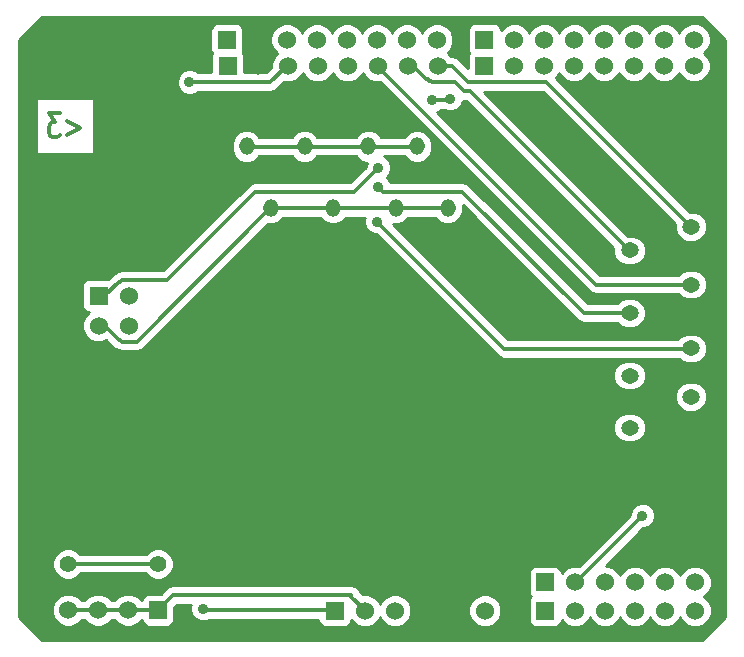
<source format=gbl>
G04 (created by PCBNEW-RS274X (2011-nov-30)-testing) date Wed 06 Jun 2012 08:38:00 PM EDT*
%MOIN*%
G04 Gerber Fmt 3.4, Leading zero omitted, Abs format*
%FSLAX34Y34*%
G01*
G70*
G90*
G04 APERTURE LIST*
%ADD10C,0.006*%
%ADD11C,0.012*%
%ADD12R,0.06X0.06*%
%ADD13C,0.06*%
%ADD14C,0.055*%
%ADD15O,0.059X0.0511*%
%ADD16O,0.0589X0.051*%
%ADD17O,0.0511X0.059*%
%ADD18O,0.051X0.0589*%
%ADD19C,0.035*%
%ADD20C,0.014*%
%ADD21C,0.01*%
G04 APERTURE END LIST*
G54D10*
G54D11*
X-2943Y16793D02*
X-2486Y16564D01*
X-2943Y16335D01*
X-3172Y17059D02*
X-3543Y17059D01*
X-3343Y16754D01*
X-3429Y16754D01*
X-3486Y16716D01*
X-3515Y16678D01*
X-3543Y16602D01*
X-3543Y16412D01*
X-3515Y16335D01*
X-3486Y16297D01*
X-3429Y16259D01*
X-3257Y16259D01*
X-3200Y16297D01*
X-3172Y16335D01*
G54D12*
X5996Y480D03*
G54D13*
X6996Y480D03*
X7996Y480D03*
X8996Y480D03*
X9996Y480D03*
X10996Y480D03*
G54D12*
X-1880Y10980D03*
G54D13*
X-880Y10980D03*
X-1880Y9980D03*
X-880Y9980D03*
G54D14*
X-2900Y2040D03*
X-2900Y4040D03*
X100Y2040D03*
X100Y4040D03*
G54D12*
X2420Y18640D03*
G54D13*
X3420Y18640D03*
X4420Y18640D03*
X5420Y18640D03*
X6420Y18640D03*
X7420Y18640D03*
X8420Y18640D03*
X9420Y18640D03*
G54D12*
X10980Y19509D03*
G54D13*
X11980Y19509D03*
X12980Y19509D03*
X13980Y19509D03*
X14980Y19509D03*
X15980Y19509D03*
X16980Y19509D03*
X17980Y19509D03*
G54D12*
X10970Y18640D03*
G54D13*
X11970Y18640D03*
X12970Y18640D03*
X13970Y18640D03*
X14970Y18640D03*
X15970Y18640D03*
X16970Y18640D03*
X17970Y18640D03*
G54D12*
X2398Y19508D03*
G54D13*
X3398Y19508D03*
X4398Y19508D03*
X5398Y19508D03*
X6398Y19508D03*
X7398Y19508D03*
X8398Y19508D03*
X9398Y19508D03*
G54D12*
X13004Y480D03*
G54D13*
X14004Y480D03*
X15004Y480D03*
X16004Y480D03*
X17004Y480D03*
X18004Y480D03*
G54D12*
X13004Y1425D03*
G54D13*
X14004Y1425D03*
X15004Y1425D03*
X16004Y1425D03*
X17004Y1425D03*
X18004Y1425D03*
G54D12*
X100Y500D03*
G54D13*
X-900Y500D03*
X-1900Y500D03*
X-2900Y500D03*
G54D15*
X17866Y13277D03*
X15818Y12488D03*
X17866Y11348D03*
X15818Y10402D03*
G54D16*
X17866Y9223D03*
G54D15*
X15818Y8315D03*
X17866Y7607D03*
X15818Y6583D03*
G54D17*
X9322Y3435D03*
X8533Y5483D03*
X7393Y3435D03*
X6447Y5483D03*
G54D18*
X5268Y3435D03*
G54D17*
X4360Y5483D03*
X3652Y3435D03*
X2628Y5483D03*
X3062Y15952D03*
X3851Y13904D03*
X4991Y15952D03*
X5937Y13904D03*
G54D18*
X7116Y15952D03*
G54D17*
X8024Y13904D03*
X8732Y15952D03*
X9756Y13904D03*
G54D19*
X7450Y14600D03*
X7400Y13450D03*
X1150Y18100D03*
X7450Y15250D03*
X9250Y17500D03*
X9850Y17550D03*
X16250Y3650D03*
X1600Y550D03*
G54D20*
X7400Y18650D02*
X14700Y11350D01*
X14700Y11350D02*
X17850Y11350D01*
X17850Y11350D02*
X17866Y11348D01*
X7420Y18640D02*
X7400Y18650D01*
X7450Y14600D02*
X7600Y14450D01*
X7600Y14450D02*
X10250Y14450D01*
X10250Y14450D02*
X14300Y10400D01*
X14300Y10400D02*
X15800Y10400D01*
X15800Y10400D02*
X15818Y10402D01*
X7400Y13450D02*
X11650Y9200D01*
X11650Y9200D02*
X17850Y9200D01*
X17850Y9200D02*
X17866Y9223D01*
X3850Y18100D02*
X1150Y18100D01*
X4420Y18640D02*
X4400Y18650D01*
X4400Y18650D02*
X3850Y18100D01*
X600Y1000D02*
X6550Y1000D01*
X-900Y500D02*
X100Y500D01*
X-1900Y500D02*
X-900Y500D01*
X-2900Y500D02*
X-1900Y500D01*
X7000Y500D02*
X6996Y480D01*
X100Y500D02*
X600Y1000D01*
X6550Y1000D02*
X6550Y950D01*
X6550Y950D02*
X7000Y500D01*
X-1150Y9500D02*
X-1200Y9500D01*
X7100Y15950D02*
X8750Y15950D01*
X-1900Y10000D02*
X-1880Y9980D01*
X4991Y15952D02*
X5000Y15950D01*
X-1200Y9500D02*
X-1700Y10000D01*
X5000Y15950D02*
X7100Y15950D01*
X3850Y13900D02*
X-600Y9450D01*
X-600Y9450D02*
X-1100Y9450D01*
X-1100Y9450D02*
X-1150Y9500D01*
X3851Y13904D02*
X3850Y13900D01*
X-1700Y10000D02*
X-1900Y10000D01*
X8024Y13904D02*
X8000Y13900D01*
X9750Y13900D02*
X9756Y13904D01*
X8000Y13900D02*
X5950Y13900D01*
X8000Y13900D02*
X9750Y13900D01*
X3062Y15952D02*
X3050Y15950D01*
X7116Y15952D02*
X7100Y15950D01*
X5000Y15950D02*
X4991Y15952D01*
X8750Y15950D02*
X8732Y15952D01*
X3050Y15950D02*
X5000Y15950D01*
X7100Y15950D02*
X7116Y15952D01*
X5937Y13904D02*
X5950Y13900D01*
X5950Y13900D02*
X3850Y13900D01*
X3850Y13900D02*
X3851Y13904D01*
X8024Y13904D02*
X8000Y13900D01*
X5950Y13900D02*
X5937Y13904D01*
X6650Y14450D02*
X3350Y14450D01*
X9850Y17550D02*
X9800Y17500D01*
X400Y11500D02*
X-1100Y11500D01*
X-1200Y11450D02*
X-1650Y11000D01*
X9800Y17500D02*
X9250Y17500D01*
X3350Y14450D02*
X400Y11500D01*
X-1150Y11450D02*
X-1200Y11450D01*
X-1100Y11500D02*
X-1150Y11450D01*
X7450Y15250D02*
X6650Y14450D01*
X-1650Y11000D02*
X-1900Y11000D01*
X-1900Y11000D02*
X-1880Y10980D01*
X9400Y18650D02*
X9420Y18640D01*
X10450Y18100D02*
X9900Y18650D01*
X13050Y18100D02*
X10450Y18100D01*
X17850Y13300D02*
X13050Y18100D01*
X17866Y13277D02*
X17850Y13300D01*
X9900Y18650D02*
X9400Y18650D01*
X10000Y18100D02*
X9250Y18100D01*
X10500Y17800D02*
X10300Y17800D01*
X9250Y18100D02*
X9200Y18150D01*
X9200Y18150D02*
X9150Y18150D01*
X15818Y12488D02*
X15800Y12500D01*
X15800Y12500D02*
X10500Y17800D01*
X10300Y17800D02*
X10000Y18100D01*
X8400Y18650D02*
X8420Y18640D01*
X9050Y18200D02*
X8600Y18650D01*
X9100Y18200D02*
X9050Y18200D01*
X9150Y18150D02*
X9100Y18200D01*
X8600Y18650D02*
X8400Y18650D01*
X14000Y1400D02*
X16250Y3650D01*
X14004Y1425D02*
X14000Y1400D01*
X1600Y550D02*
X1650Y500D01*
X1650Y500D02*
X6000Y500D01*
X6000Y500D02*
X5996Y480D01*
X100Y2040D02*
X100Y2050D01*
X100Y2050D02*
X-2900Y2050D01*
X-2900Y2050D02*
X-2900Y2040D01*
G54D10*
G36*
X18997Y265D02*
X18553Y-179D01*
X18553Y371D01*
X18553Y589D01*
X18469Y791D01*
X18315Y945D01*
X18296Y953D01*
X18315Y960D01*
X18469Y1114D01*
X18553Y1316D01*
X18553Y1534D01*
X18529Y1592D01*
X18529Y19400D01*
X18529Y19618D01*
X18445Y19820D01*
X18291Y19974D01*
X18089Y20058D01*
X17871Y20058D01*
X17669Y19974D01*
X17515Y19820D01*
X17480Y19736D01*
X17445Y19820D01*
X17291Y19974D01*
X17089Y20058D01*
X16871Y20058D01*
X16669Y19974D01*
X16515Y19820D01*
X16480Y19736D01*
X16445Y19820D01*
X16291Y19974D01*
X16089Y20058D01*
X15871Y20058D01*
X15669Y19974D01*
X15515Y19820D01*
X15480Y19736D01*
X15445Y19820D01*
X15291Y19974D01*
X15089Y20058D01*
X14871Y20058D01*
X14669Y19974D01*
X14515Y19820D01*
X14480Y19736D01*
X14445Y19820D01*
X14291Y19974D01*
X14089Y20058D01*
X13871Y20058D01*
X13669Y19974D01*
X13515Y19820D01*
X13480Y19736D01*
X13445Y19820D01*
X13291Y19974D01*
X13089Y20058D01*
X12871Y20058D01*
X12669Y19974D01*
X12515Y19820D01*
X12480Y19736D01*
X12445Y19820D01*
X12291Y19974D01*
X12089Y20058D01*
X11871Y20058D01*
X11669Y19974D01*
X11529Y19834D01*
X11529Y19858D01*
X11491Y19950D01*
X11421Y20020D01*
X11330Y20058D01*
X11231Y20058D01*
X10631Y20058D01*
X10539Y20020D01*
X10469Y19950D01*
X10431Y19859D01*
X10431Y19760D01*
X10431Y19160D01*
X10462Y19085D01*
X10459Y19081D01*
X10421Y18990D01*
X10421Y18891D01*
X10421Y18582D01*
X10126Y18876D01*
X10023Y18946D01*
X9900Y18970D01*
X9866Y18970D01*
X9751Y19085D01*
X9863Y19197D01*
X9947Y19399D01*
X9947Y19617D01*
X9863Y19819D01*
X9709Y19973D01*
X9507Y20057D01*
X9289Y20057D01*
X9087Y19973D01*
X8933Y19819D01*
X8898Y19735D01*
X8863Y19819D01*
X8709Y19973D01*
X8507Y20057D01*
X8289Y20057D01*
X8087Y19973D01*
X7933Y19819D01*
X7898Y19735D01*
X7863Y19819D01*
X7709Y19973D01*
X7507Y20057D01*
X7289Y20057D01*
X7087Y19973D01*
X6933Y19819D01*
X6898Y19735D01*
X6863Y19819D01*
X6709Y19973D01*
X6507Y20057D01*
X6289Y20057D01*
X6087Y19973D01*
X5933Y19819D01*
X5898Y19735D01*
X5863Y19819D01*
X5709Y19973D01*
X5507Y20057D01*
X5289Y20057D01*
X5087Y19973D01*
X4933Y19819D01*
X4898Y19735D01*
X4863Y19819D01*
X4709Y19973D01*
X4507Y20057D01*
X4289Y20057D01*
X4087Y19973D01*
X3933Y19819D01*
X3849Y19617D01*
X3849Y19399D01*
X3933Y19197D01*
X4067Y19063D01*
X3955Y18951D01*
X3871Y18749D01*
X3871Y18574D01*
X3717Y18420D01*
X2969Y18420D01*
X2969Y18989D01*
X2931Y19081D01*
X2919Y19093D01*
X2947Y19158D01*
X2947Y19257D01*
X2947Y19857D01*
X2909Y19949D01*
X2839Y20019D01*
X2748Y20057D01*
X2649Y20057D01*
X2049Y20057D01*
X1957Y20019D01*
X1887Y19949D01*
X1849Y19858D01*
X1849Y19759D01*
X1849Y19159D01*
X1887Y19067D01*
X1898Y19056D01*
X1871Y18990D01*
X1871Y18891D01*
X1871Y18420D01*
X1431Y18420D01*
X1391Y18460D01*
X1235Y18525D01*
X1066Y18525D01*
X910Y18461D01*
X790Y18341D01*
X725Y18185D01*
X725Y18016D01*
X789Y17860D01*
X909Y17740D01*
X1065Y17675D01*
X1234Y17675D01*
X1390Y17739D01*
X1431Y17780D01*
X3850Y17780D01*
X3972Y17804D01*
X3973Y17804D01*
X4076Y17874D01*
X4298Y18097D01*
X4311Y18091D01*
X4529Y18091D01*
X4731Y18175D01*
X4885Y18329D01*
X4920Y18414D01*
X4955Y18329D01*
X5109Y18175D01*
X5311Y18091D01*
X5529Y18091D01*
X5731Y18175D01*
X5885Y18329D01*
X5920Y18414D01*
X5955Y18329D01*
X6109Y18175D01*
X6311Y18091D01*
X6529Y18091D01*
X6731Y18175D01*
X6885Y18329D01*
X6920Y18414D01*
X6955Y18329D01*
X7109Y18175D01*
X7311Y18091D01*
X7506Y18091D01*
X14473Y11124D01*
X14474Y11124D01*
X14576Y11055D01*
X14578Y11054D01*
X14699Y11031D01*
X14700Y11030D01*
X17434Y11030D01*
X17535Y10929D01*
X17717Y10853D01*
X17914Y10853D01*
X18014Y10853D01*
X18196Y10928D01*
X18335Y11067D01*
X18411Y11249D01*
X18411Y11446D01*
X18336Y11628D01*
X18197Y11767D01*
X18015Y11843D01*
X17818Y11843D01*
X17718Y11843D01*
X17536Y11768D01*
X17438Y11670D01*
X14832Y11670D01*
X9400Y17103D01*
X9490Y17139D01*
X9531Y17180D01*
X9633Y17180D01*
X9765Y17125D01*
X9934Y17125D01*
X10090Y17189D01*
X10210Y17309D01*
X10275Y17465D01*
X10275Y17485D01*
X10300Y17480D01*
X10367Y17480D01*
X15273Y12575D01*
X15273Y12390D01*
X15348Y12208D01*
X15487Y12069D01*
X15669Y11993D01*
X15866Y11993D01*
X15966Y11993D01*
X16148Y12068D01*
X16287Y12207D01*
X16363Y12389D01*
X16363Y12586D01*
X16288Y12768D01*
X16149Y12907D01*
X15967Y12983D01*
X15770Y12983D01*
X15769Y12983D01*
X10972Y17780D01*
X12918Y17780D01*
X17321Y13377D01*
X17321Y13376D01*
X17321Y13179D01*
X17396Y12997D01*
X17535Y12858D01*
X17717Y12782D01*
X17914Y12782D01*
X18014Y12782D01*
X18196Y12857D01*
X18335Y12996D01*
X18411Y13178D01*
X18411Y13375D01*
X18336Y13557D01*
X18197Y13696D01*
X18015Y13772D01*
X17830Y13772D01*
X13354Y18248D01*
X13435Y18329D01*
X13470Y18414D01*
X13505Y18329D01*
X13659Y18175D01*
X13861Y18091D01*
X14079Y18091D01*
X14281Y18175D01*
X14435Y18329D01*
X14470Y18414D01*
X14505Y18329D01*
X14659Y18175D01*
X14861Y18091D01*
X15079Y18091D01*
X15281Y18175D01*
X15435Y18329D01*
X15470Y18414D01*
X15505Y18329D01*
X15659Y18175D01*
X15861Y18091D01*
X16079Y18091D01*
X16281Y18175D01*
X16435Y18329D01*
X16470Y18414D01*
X16505Y18329D01*
X16659Y18175D01*
X16861Y18091D01*
X17079Y18091D01*
X17281Y18175D01*
X17435Y18329D01*
X17470Y18414D01*
X17505Y18329D01*
X17659Y18175D01*
X17861Y18091D01*
X18079Y18091D01*
X18281Y18175D01*
X18435Y18329D01*
X18519Y18531D01*
X18519Y18749D01*
X18435Y18951D01*
X18316Y19070D01*
X18445Y19198D01*
X18529Y19400D01*
X18529Y1592D01*
X18469Y1736D01*
X18411Y1794D01*
X18411Y7508D01*
X18411Y7705D01*
X18410Y7708D01*
X18410Y9124D01*
X18410Y9321D01*
X18335Y9503D01*
X18196Y9642D01*
X18014Y9718D01*
X17817Y9718D01*
X17719Y9718D01*
X17537Y9643D01*
X17414Y9520D01*
X11782Y9520D01*
X7943Y13359D01*
X8122Y13359D01*
X8304Y13434D01*
X8443Y13573D01*
X8445Y13580D01*
X9333Y13580D01*
X9336Y13574D01*
X9475Y13435D01*
X9657Y13359D01*
X9854Y13359D01*
X10036Y13434D01*
X10175Y13573D01*
X10251Y13755D01*
X10251Y13952D01*
X10251Y13997D01*
X14073Y10174D01*
X14074Y10174D01*
X14143Y10128D01*
X14177Y10105D01*
X14178Y10104D01*
X14300Y10080D01*
X15390Y10080D01*
X15487Y9983D01*
X15669Y9907D01*
X15866Y9907D01*
X15966Y9907D01*
X16148Y9982D01*
X16287Y10121D01*
X16363Y10303D01*
X16363Y10500D01*
X16288Y10682D01*
X16149Y10821D01*
X15967Y10897D01*
X15770Y10897D01*
X15670Y10897D01*
X15488Y10822D01*
X15386Y10720D01*
X14432Y10720D01*
X10476Y14676D01*
X10373Y14746D01*
X10250Y14770D01*
X7839Y14770D01*
X7811Y14840D01*
X7726Y14925D01*
X7810Y15009D01*
X7875Y15165D01*
X7875Y15334D01*
X7811Y15490D01*
X7691Y15610D01*
X7643Y15630D01*
X8308Y15630D01*
X8312Y15622D01*
X8451Y15483D01*
X8633Y15407D01*
X8830Y15407D01*
X9012Y15482D01*
X9151Y15621D01*
X9227Y15803D01*
X9227Y16000D01*
X9227Y16100D01*
X9152Y16282D01*
X9013Y16421D01*
X8831Y16497D01*
X8634Y16497D01*
X8452Y16422D01*
X8313Y16283D01*
X8307Y16270D01*
X7540Y16270D01*
X7536Y16281D01*
X7397Y16420D01*
X7215Y16496D01*
X7018Y16496D01*
X6836Y16421D01*
X6697Y16282D01*
X6691Y16270D01*
X5415Y16270D01*
X5411Y16282D01*
X5272Y16421D01*
X5090Y16497D01*
X4893Y16497D01*
X4711Y16422D01*
X4572Y16283D01*
X4566Y16270D01*
X3486Y16270D01*
X3482Y16282D01*
X3343Y16421D01*
X3161Y16497D01*
X2964Y16497D01*
X2782Y16422D01*
X2643Y16283D01*
X2567Y16101D01*
X2567Y15904D01*
X2567Y15804D01*
X2642Y15622D01*
X2781Y15483D01*
X2963Y15407D01*
X3160Y15407D01*
X3342Y15482D01*
X3481Y15621D01*
X3484Y15630D01*
X4567Y15630D01*
X4571Y15622D01*
X4710Y15483D01*
X4892Y15407D01*
X5089Y15407D01*
X5271Y15482D01*
X5410Y15621D01*
X5413Y15630D01*
X6693Y15630D01*
X6696Y15623D01*
X6835Y15484D01*
X7017Y15408D01*
X7055Y15408D01*
X7025Y15335D01*
X7025Y15278D01*
X6517Y14770D01*
X3350Y14770D01*
X3228Y14746D01*
X3226Y14746D01*
X3226Y14745D01*
X3123Y14676D01*
X267Y11820D01*
X-1100Y11820D01*
X-1222Y11796D01*
X-1224Y11796D01*
X-1224Y11795D01*
X-1286Y11754D01*
X-1287Y11753D01*
X-1322Y11746D01*
X-1357Y11723D01*
X-1427Y11676D01*
X-1574Y11529D01*
X-1629Y11529D01*
X-2033Y11529D01*
X-2033Y15713D01*
X-2033Y17573D01*
X-3967Y17573D01*
X-3967Y15713D01*
X-2033Y15713D01*
X-2033Y11529D01*
X-2229Y11529D01*
X-2321Y11491D01*
X-2391Y11421D01*
X-2429Y11330D01*
X-2429Y11231D01*
X-2429Y10631D01*
X-2391Y10539D01*
X-2321Y10469D01*
X-2230Y10431D01*
X-2205Y10431D01*
X-2345Y10291D01*
X-2429Y10089D01*
X-2429Y9871D01*
X-2345Y9669D01*
X-2191Y9515D01*
X-1989Y9431D01*
X-1771Y9431D01*
X-1639Y9487D01*
X-1426Y9274D01*
X-1323Y9205D01*
X-1322Y9204D01*
X-1289Y9198D01*
X-1287Y9198D01*
X-1286Y9197D01*
X-1224Y9155D01*
X-1222Y9154D01*
X-1101Y9131D01*
X-1100Y9130D01*
X-600Y9130D01*
X-478Y9154D01*
X-477Y9154D01*
X-374Y9224D01*
X3761Y13359D01*
X3949Y13359D01*
X4131Y13434D01*
X4270Y13573D01*
X4272Y13580D01*
X5514Y13580D01*
X5517Y13574D01*
X5656Y13435D01*
X5838Y13359D01*
X6035Y13359D01*
X6217Y13434D01*
X6356Y13573D01*
X6358Y13580D01*
X6993Y13580D01*
X6975Y13535D01*
X6975Y13366D01*
X7039Y13210D01*
X7159Y13090D01*
X7315Y13025D01*
X7372Y13025D01*
X11423Y8974D01*
X11424Y8974D01*
X11493Y8928D01*
X11527Y8905D01*
X11528Y8904D01*
X11650Y8880D01*
X17460Y8880D01*
X17536Y8804D01*
X17718Y8728D01*
X17915Y8728D01*
X18013Y8728D01*
X18195Y8803D01*
X18334Y8942D01*
X18410Y9124D01*
X18410Y7708D01*
X18336Y7887D01*
X18197Y8026D01*
X18015Y8102D01*
X17818Y8102D01*
X17718Y8102D01*
X17536Y8027D01*
X17397Y7888D01*
X17321Y7706D01*
X17321Y7509D01*
X17396Y7327D01*
X17535Y7188D01*
X17717Y7112D01*
X17914Y7112D01*
X18014Y7112D01*
X18196Y7187D01*
X18335Y7326D01*
X18411Y7508D01*
X18411Y1794D01*
X18315Y1890D01*
X18113Y1974D01*
X17895Y1974D01*
X17693Y1890D01*
X17539Y1736D01*
X17504Y1652D01*
X17469Y1736D01*
X17315Y1890D01*
X17113Y1974D01*
X16895Y1974D01*
X16693Y1890D01*
X16539Y1736D01*
X16504Y1652D01*
X16469Y1736D01*
X16315Y1890D01*
X16113Y1974D01*
X15895Y1974D01*
X15693Y1890D01*
X15539Y1736D01*
X15504Y1652D01*
X15469Y1736D01*
X15315Y1890D01*
X15113Y1974D01*
X15026Y1974D01*
X16277Y3225D01*
X16334Y3225D01*
X16490Y3289D01*
X16610Y3409D01*
X16675Y3565D01*
X16675Y3734D01*
X16611Y3890D01*
X16491Y4010D01*
X16363Y4064D01*
X16363Y6484D01*
X16363Y6681D01*
X16363Y8216D01*
X16363Y8413D01*
X16288Y8595D01*
X16149Y8734D01*
X15967Y8810D01*
X15770Y8810D01*
X15670Y8810D01*
X15488Y8735D01*
X15349Y8596D01*
X15273Y8414D01*
X15273Y8217D01*
X15348Y8035D01*
X15487Y7896D01*
X15669Y7820D01*
X15866Y7820D01*
X15966Y7820D01*
X16148Y7895D01*
X16287Y8034D01*
X16363Y8216D01*
X16363Y6681D01*
X16288Y6863D01*
X16149Y7002D01*
X15967Y7078D01*
X15770Y7078D01*
X15670Y7078D01*
X15488Y7003D01*
X15349Y6864D01*
X15273Y6682D01*
X15273Y6485D01*
X15348Y6303D01*
X15487Y6164D01*
X15669Y6088D01*
X15866Y6088D01*
X15966Y6088D01*
X16148Y6163D01*
X16287Y6302D01*
X16363Y6484D01*
X16363Y4064D01*
X16335Y4075D01*
X16166Y4075D01*
X16010Y4011D01*
X15890Y3891D01*
X15825Y3735D01*
X15825Y3678D01*
X14119Y1972D01*
X14113Y1974D01*
X13895Y1974D01*
X13693Y1890D01*
X13553Y1750D01*
X13553Y1774D01*
X13515Y1866D01*
X13445Y1936D01*
X13354Y1974D01*
X13255Y1974D01*
X12655Y1974D01*
X12563Y1936D01*
X12493Y1866D01*
X12455Y1775D01*
X12455Y1676D01*
X12455Y1076D01*
X12493Y984D01*
X12524Y953D01*
X12493Y921D01*
X12455Y830D01*
X12455Y731D01*
X12455Y131D01*
X12493Y39D01*
X12563Y-31D01*
X12654Y-69D01*
X12753Y-69D01*
X13353Y-69D01*
X13445Y-31D01*
X13515Y39D01*
X13553Y130D01*
X13553Y155D01*
X13693Y15D01*
X13895Y-69D01*
X14113Y-69D01*
X14315Y15D01*
X14469Y169D01*
X14504Y254D01*
X14539Y169D01*
X14693Y15D01*
X14895Y-69D01*
X15113Y-69D01*
X15315Y15D01*
X15469Y169D01*
X15504Y254D01*
X15539Y169D01*
X15693Y15D01*
X15895Y-69D01*
X16113Y-69D01*
X16315Y15D01*
X16469Y169D01*
X16504Y254D01*
X16539Y169D01*
X16693Y15D01*
X16895Y-69D01*
X17113Y-69D01*
X17315Y15D01*
X17469Y169D01*
X17504Y254D01*
X17539Y169D01*
X17693Y15D01*
X17895Y-69D01*
X18113Y-69D01*
X18315Y15D01*
X18469Y169D01*
X18553Y371D01*
X18553Y-179D01*
X18239Y-493D01*
X11545Y-493D01*
X11545Y371D01*
X11545Y589D01*
X11461Y791D01*
X11307Y945D01*
X11105Y1029D01*
X10887Y1029D01*
X10685Y945D01*
X10531Y791D01*
X10447Y589D01*
X10447Y371D01*
X10531Y169D01*
X10685Y15D01*
X10887Y-69D01*
X11105Y-69D01*
X11307Y15D01*
X11461Y169D01*
X11545Y371D01*
X11545Y-493D01*
X8545Y-493D01*
X8545Y371D01*
X8545Y589D01*
X8461Y791D01*
X8307Y945D01*
X8105Y1029D01*
X7887Y1029D01*
X7685Y945D01*
X7531Y791D01*
X7496Y707D01*
X7461Y791D01*
X7307Y945D01*
X7105Y1029D01*
X6923Y1029D01*
X6849Y1103D01*
X6846Y1122D01*
X6776Y1226D01*
X6672Y1296D01*
X6550Y1320D01*
X625Y1320D01*
X625Y1935D01*
X625Y2144D01*
X545Y2337D01*
X398Y2485D01*
X205Y2565D01*
X-4Y2565D01*
X-197Y2485D01*
X-313Y2370D01*
X-2488Y2370D01*
X-2602Y2485D01*
X-2795Y2565D01*
X-3004Y2565D01*
X-3197Y2485D01*
X-3345Y2338D01*
X-3425Y2145D01*
X-3425Y1936D01*
X-3345Y1743D01*
X-3198Y1595D01*
X-3005Y1515D01*
X-2796Y1515D01*
X-2603Y1595D01*
X-2468Y1730D01*
X-333Y1730D01*
X-198Y1595D01*
X-5Y1515D01*
X204Y1515D01*
X397Y1595D01*
X545Y1742D01*
X625Y1935D01*
X625Y1320D01*
X600Y1320D01*
X478Y1296D01*
X374Y1226D01*
X197Y1049D01*
X-249Y1049D01*
X-341Y1011D01*
X-411Y941D01*
X-449Y850D01*
X-449Y825D01*
X-589Y965D01*
X-791Y1049D01*
X-1009Y1049D01*
X-1211Y965D01*
X-1356Y820D01*
X-1444Y820D01*
X-1589Y965D01*
X-1791Y1049D01*
X-2009Y1049D01*
X-2211Y965D01*
X-2356Y820D01*
X-2444Y820D01*
X-2589Y965D01*
X-2791Y1049D01*
X-3009Y1049D01*
X-3211Y965D01*
X-3365Y811D01*
X-3449Y609D01*
X-3449Y391D01*
X-3365Y189D01*
X-3211Y35D01*
X-3009Y-49D01*
X-2791Y-49D01*
X-2589Y35D01*
X-2444Y180D01*
X-2356Y180D01*
X-2211Y35D01*
X-2009Y-49D01*
X-1791Y-49D01*
X-1589Y35D01*
X-1444Y180D01*
X-1356Y180D01*
X-1211Y35D01*
X-1009Y-49D01*
X-791Y-49D01*
X-589Y35D01*
X-449Y175D01*
X-449Y151D01*
X-411Y59D01*
X-341Y-11D01*
X-250Y-49D01*
X-151Y-49D01*
X449Y-49D01*
X541Y-11D01*
X611Y59D01*
X649Y150D01*
X649Y249D01*
X649Y597D01*
X732Y680D01*
X1193Y680D01*
X1175Y635D01*
X1175Y466D01*
X1239Y310D01*
X1359Y190D01*
X1515Y125D01*
X1684Y125D01*
X1818Y180D01*
X5447Y180D01*
X5447Y131D01*
X5485Y39D01*
X5555Y-31D01*
X5646Y-69D01*
X5745Y-69D01*
X6345Y-69D01*
X6437Y-31D01*
X6507Y39D01*
X6545Y130D01*
X6545Y155D01*
X6685Y15D01*
X6887Y-69D01*
X7105Y-69D01*
X7307Y15D01*
X7461Y169D01*
X7496Y254D01*
X7531Y169D01*
X7685Y15D01*
X7887Y-69D01*
X8105Y-69D01*
X8307Y15D01*
X8461Y169D01*
X8545Y371D01*
X8545Y-493D01*
X-3766Y-493D01*
X-4525Y265D01*
X-4525Y19514D01*
X-3766Y20273D01*
X18239Y20273D01*
X18997Y19514D01*
X18997Y265D01*
X18997Y265D01*
G37*
G54D21*
X18997Y265D02*
X18553Y-179D01*
X18553Y371D01*
X18553Y589D01*
X18469Y791D01*
X18315Y945D01*
X18296Y953D01*
X18315Y960D01*
X18469Y1114D01*
X18553Y1316D01*
X18553Y1534D01*
X18529Y1592D01*
X18529Y19400D01*
X18529Y19618D01*
X18445Y19820D01*
X18291Y19974D01*
X18089Y20058D01*
X17871Y20058D01*
X17669Y19974D01*
X17515Y19820D01*
X17480Y19736D01*
X17445Y19820D01*
X17291Y19974D01*
X17089Y20058D01*
X16871Y20058D01*
X16669Y19974D01*
X16515Y19820D01*
X16480Y19736D01*
X16445Y19820D01*
X16291Y19974D01*
X16089Y20058D01*
X15871Y20058D01*
X15669Y19974D01*
X15515Y19820D01*
X15480Y19736D01*
X15445Y19820D01*
X15291Y19974D01*
X15089Y20058D01*
X14871Y20058D01*
X14669Y19974D01*
X14515Y19820D01*
X14480Y19736D01*
X14445Y19820D01*
X14291Y19974D01*
X14089Y20058D01*
X13871Y20058D01*
X13669Y19974D01*
X13515Y19820D01*
X13480Y19736D01*
X13445Y19820D01*
X13291Y19974D01*
X13089Y20058D01*
X12871Y20058D01*
X12669Y19974D01*
X12515Y19820D01*
X12480Y19736D01*
X12445Y19820D01*
X12291Y19974D01*
X12089Y20058D01*
X11871Y20058D01*
X11669Y19974D01*
X11529Y19834D01*
X11529Y19858D01*
X11491Y19950D01*
X11421Y20020D01*
X11330Y20058D01*
X11231Y20058D01*
X10631Y20058D01*
X10539Y20020D01*
X10469Y19950D01*
X10431Y19859D01*
X10431Y19760D01*
X10431Y19160D01*
X10462Y19085D01*
X10459Y19081D01*
X10421Y18990D01*
X10421Y18891D01*
X10421Y18582D01*
X10126Y18876D01*
X10023Y18946D01*
X9900Y18970D01*
X9866Y18970D01*
X9751Y19085D01*
X9863Y19197D01*
X9947Y19399D01*
X9947Y19617D01*
X9863Y19819D01*
X9709Y19973D01*
X9507Y20057D01*
X9289Y20057D01*
X9087Y19973D01*
X8933Y19819D01*
X8898Y19735D01*
X8863Y19819D01*
X8709Y19973D01*
X8507Y20057D01*
X8289Y20057D01*
X8087Y19973D01*
X7933Y19819D01*
X7898Y19735D01*
X7863Y19819D01*
X7709Y19973D01*
X7507Y20057D01*
X7289Y20057D01*
X7087Y19973D01*
X6933Y19819D01*
X6898Y19735D01*
X6863Y19819D01*
X6709Y19973D01*
X6507Y20057D01*
X6289Y20057D01*
X6087Y19973D01*
X5933Y19819D01*
X5898Y19735D01*
X5863Y19819D01*
X5709Y19973D01*
X5507Y20057D01*
X5289Y20057D01*
X5087Y19973D01*
X4933Y19819D01*
X4898Y19735D01*
X4863Y19819D01*
X4709Y19973D01*
X4507Y20057D01*
X4289Y20057D01*
X4087Y19973D01*
X3933Y19819D01*
X3849Y19617D01*
X3849Y19399D01*
X3933Y19197D01*
X4067Y19063D01*
X3955Y18951D01*
X3871Y18749D01*
X3871Y18574D01*
X3717Y18420D01*
X2969Y18420D01*
X2969Y18989D01*
X2931Y19081D01*
X2919Y19093D01*
X2947Y19158D01*
X2947Y19257D01*
X2947Y19857D01*
X2909Y19949D01*
X2839Y20019D01*
X2748Y20057D01*
X2649Y20057D01*
X2049Y20057D01*
X1957Y20019D01*
X1887Y19949D01*
X1849Y19858D01*
X1849Y19759D01*
X1849Y19159D01*
X1887Y19067D01*
X1898Y19056D01*
X1871Y18990D01*
X1871Y18891D01*
X1871Y18420D01*
X1431Y18420D01*
X1391Y18460D01*
X1235Y18525D01*
X1066Y18525D01*
X910Y18461D01*
X790Y18341D01*
X725Y18185D01*
X725Y18016D01*
X789Y17860D01*
X909Y17740D01*
X1065Y17675D01*
X1234Y17675D01*
X1390Y17739D01*
X1431Y17780D01*
X3850Y17780D01*
X3972Y17804D01*
X3973Y17804D01*
X4076Y17874D01*
X4298Y18097D01*
X4311Y18091D01*
X4529Y18091D01*
X4731Y18175D01*
X4885Y18329D01*
X4920Y18414D01*
X4955Y18329D01*
X5109Y18175D01*
X5311Y18091D01*
X5529Y18091D01*
X5731Y18175D01*
X5885Y18329D01*
X5920Y18414D01*
X5955Y18329D01*
X6109Y18175D01*
X6311Y18091D01*
X6529Y18091D01*
X6731Y18175D01*
X6885Y18329D01*
X6920Y18414D01*
X6955Y18329D01*
X7109Y18175D01*
X7311Y18091D01*
X7506Y18091D01*
X14473Y11124D01*
X14474Y11124D01*
X14576Y11055D01*
X14578Y11054D01*
X14699Y11031D01*
X14700Y11030D01*
X17434Y11030D01*
X17535Y10929D01*
X17717Y10853D01*
X17914Y10853D01*
X18014Y10853D01*
X18196Y10928D01*
X18335Y11067D01*
X18411Y11249D01*
X18411Y11446D01*
X18336Y11628D01*
X18197Y11767D01*
X18015Y11843D01*
X17818Y11843D01*
X17718Y11843D01*
X17536Y11768D01*
X17438Y11670D01*
X14832Y11670D01*
X9400Y17103D01*
X9490Y17139D01*
X9531Y17180D01*
X9633Y17180D01*
X9765Y17125D01*
X9934Y17125D01*
X10090Y17189D01*
X10210Y17309D01*
X10275Y17465D01*
X10275Y17485D01*
X10300Y17480D01*
X10367Y17480D01*
X15273Y12575D01*
X15273Y12390D01*
X15348Y12208D01*
X15487Y12069D01*
X15669Y11993D01*
X15866Y11993D01*
X15966Y11993D01*
X16148Y12068D01*
X16287Y12207D01*
X16363Y12389D01*
X16363Y12586D01*
X16288Y12768D01*
X16149Y12907D01*
X15967Y12983D01*
X15770Y12983D01*
X15769Y12983D01*
X10972Y17780D01*
X12918Y17780D01*
X17321Y13377D01*
X17321Y13376D01*
X17321Y13179D01*
X17396Y12997D01*
X17535Y12858D01*
X17717Y12782D01*
X17914Y12782D01*
X18014Y12782D01*
X18196Y12857D01*
X18335Y12996D01*
X18411Y13178D01*
X18411Y13375D01*
X18336Y13557D01*
X18197Y13696D01*
X18015Y13772D01*
X17830Y13772D01*
X13354Y18248D01*
X13435Y18329D01*
X13470Y18414D01*
X13505Y18329D01*
X13659Y18175D01*
X13861Y18091D01*
X14079Y18091D01*
X14281Y18175D01*
X14435Y18329D01*
X14470Y18414D01*
X14505Y18329D01*
X14659Y18175D01*
X14861Y18091D01*
X15079Y18091D01*
X15281Y18175D01*
X15435Y18329D01*
X15470Y18414D01*
X15505Y18329D01*
X15659Y18175D01*
X15861Y18091D01*
X16079Y18091D01*
X16281Y18175D01*
X16435Y18329D01*
X16470Y18414D01*
X16505Y18329D01*
X16659Y18175D01*
X16861Y18091D01*
X17079Y18091D01*
X17281Y18175D01*
X17435Y18329D01*
X17470Y18414D01*
X17505Y18329D01*
X17659Y18175D01*
X17861Y18091D01*
X18079Y18091D01*
X18281Y18175D01*
X18435Y18329D01*
X18519Y18531D01*
X18519Y18749D01*
X18435Y18951D01*
X18316Y19070D01*
X18445Y19198D01*
X18529Y19400D01*
X18529Y1592D01*
X18469Y1736D01*
X18411Y1794D01*
X18411Y7508D01*
X18411Y7705D01*
X18410Y7708D01*
X18410Y9124D01*
X18410Y9321D01*
X18335Y9503D01*
X18196Y9642D01*
X18014Y9718D01*
X17817Y9718D01*
X17719Y9718D01*
X17537Y9643D01*
X17414Y9520D01*
X11782Y9520D01*
X7943Y13359D01*
X8122Y13359D01*
X8304Y13434D01*
X8443Y13573D01*
X8445Y13580D01*
X9333Y13580D01*
X9336Y13574D01*
X9475Y13435D01*
X9657Y13359D01*
X9854Y13359D01*
X10036Y13434D01*
X10175Y13573D01*
X10251Y13755D01*
X10251Y13952D01*
X10251Y13997D01*
X14073Y10174D01*
X14074Y10174D01*
X14143Y10128D01*
X14177Y10105D01*
X14178Y10104D01*
X14300Y10080D01*
X15390Y10080D01*
X15487Y9983D01*
X15669Y9907D01*
X15866Y9907D01*
X15966Y9907D01*
X16148Y9982D01*
X16287Y10121D01*
X16363Y10303D01*
X16363Y10500D01*
X16288Y10682D01*
X16149Y10821D01*
X15967Y10897D01*
X15770Y10897D01*
X15670Y10897D01*
X15488Y10822D01*
X15386Y10720D01*
X14432Y10720D01*
X10476Y14676D01*
X10373Y14746D01*
X10250Y14770D01*
X7839Y14770D01*
X7811Y14840D01*
X7726Y14925D01*
X7810Y15009D01*
X7875Y15165D01*
X7875Y15334D01*
X7811Y15490D01*
X7691Y15610D01*
X7643Y15630D01*
X8308Y15630D01*
X8312Y15622D01*
X8451Y15483D01*
X8633Y15407D01*
X8830Y15407D01*
X9012Y15482D01*
X9151Y15621D01*
X9227Y15803D01*
X9227Y16000D01*
X9227Y16100D01*
X9152Y16282D01*
X9013Y16421D01*
X8831Y16497D01*
X8634Y16497D01*
X8452Y16422D01*
X8313Y16283D01*
X8307Y16270D01*
X7540Y16270D01*
X7536Y16281D01*
X7397Y16420D01*
X7215Y16496D01*
X7018Y16496D01*
X6836Y16421D01*
X6697Y16282D01*
X6691Y16270D01*
X5415Y16270D01*
X5411Y16282D01*
X5272Y16421D01*
X5090Y16497D01*
X4893Y16497D01*
X4711Y16422D01*
X4572Y16283D01*
X4566Y16270D01*
X3486Y16270D01*
X3482Y16282D01*
X3343Y16421D01*
X3161Y16497D01*
X2964Y16497D01*
X2782Y16422D01*
X2643Y16283D01*
X2567Y16101D01*
X2567Y15904D01*
X2567Y15804D01*
X2642Y15622D01*
X2781Y15483D01*
X2963Y15407D01*
X3160Y15407D01*
X3342Y15482D01*
X3481Y15621D01*
X3484Y15630D01*
X4567Y15630D01*
X4571Y15622D01*
X4710Y15483D01*
X4892Y15407D01*
X5089Y15407D01*
X5271Y15482D01*
X5410Y15621D01*
X5413Y15630D01*
X6693Y15630D01*
X6696Y15623D01*
X6835Y15484D01*
X7017Y15408D01*
X7055Y15408D01*
X7025Y15335D01*
X7025Y15278D01*
X6517Y14770D01*
X3350Y14770D01*
X3228Y14746D01*
X3226Y14746D01*
X3226Y14745D01*
X3123Y14676D01*
X267Y11820D01*
X-1100Y11820D01*
X-1222Y11796D01*
X-1224Y11796D01*
X-1224Y11795D01*
X-1286Y11754D01*
X-1287Y11753D01*
X-1322Y11746D01*
X-1357Y11723D01*
X-1427Y11676D01*
X-1574Y11529D01*
X-1629Y11529D01*
X-2033Y11529D01*
X-2033Y15713D01*
X-2033Y17573D01*
X-3967Y17573D01*
X-3967Y15713D01*
X-2033Y15713D01*
X-2033Y11529D01*
X-2229Y11529D01*
X-2321Y11491D01*
X-2391Y11421D01*
X-2429Y11330D01*
X-2429Y11231D01*
X-2429Y10631D01*
X-2391Y10539D01*
X-2321Y10469D01*
X-2230Y10431D01*
X-2205Y10431D01*
X-2345Y10291D01*
X-2429Y10089D01*
X-2429Y9871D01*
X-2345Y9669D01*
X-2191Y9515D01*
X-1989Y9431D01*
X-1771Y9431D01*
X-1639Y9487D01*
X-1426Y9274D01*
X-1323Y9205D01*
X-1322Y9204D01*
X-1289Y9198D01*
X-1287Y9198D01*
X-1286Y9197D01*
X-1224Y9155D01*
X-1222Y9154D01*
X-1101Y9131D01*
X-1100Y9130D01*
X-600Y9130D01*
X-478Y9154D01*
X-477Y9154D01*
X-374Y9224D01*
X3761Y13359D01*
X3949Y13359D01*
X4131Y13434D01*
X4270Y13573D01*
X4272Y13580D01*
X5514Y13580D01*
X5517Y13574D01*
X5656Y13435D01*
X5838Y13359D01*
X6035Y13359D01*
X6217Y13434D01*
X6356Y13573D01*
X6358Y13580D01*
X6993Y13580D01*
X6975Y13535D01*
X6975Y13366D01*
X7039Y13210D01*
X7159Y13090D01*
X7315Y13025D01*
X7372Y13025D01*
X11423Y8974D01*
X11424Y8974D01*
X11493Y8928D01*
X11527Y8905D01*
X11528Y8904D01*
X11650Y8880D01*
X17460Y8880D01*
X17536Y8804D01*
X17718Y8728D01*
X17915Y8728D01*
X18013Y8728D01*
X18195Y8803D01*
X18334Y8942D01*
X18410Y9124D01*
X18410Y7708D01*
X18336Y7887D01*
X18197Y8026D01*
X18015Y8102D01*
X17818Y8102D01*
X17718Y8102D01*
X17536Y8027D01*
X17397Y7888D01*
X17321Y7706D01*
X17321Y7509D01*
X17396Y7327D01*
X17535Y7188D01*
X17717Y7112D01*
X17914Y7112D01*
X18014Y7112D01*
X18196Y7187D01*
X18335Y7326D01*
X18411Y7508D01*
X18411Y1794D01*
X18315Y1890D01*
X18113Y1974D01*
X17895Y1974D01*
X17693Y1890D01*
X17539Y1736D01*
X17504Y1652D01*
X17469Y1736D01*
X17315Y1890D01*
X17113Y1974D01*
X16895Y1974D01*
X16693Y1890D01*
X16539Y1736D01*
X16504Y1652D01*
X16469Y1736D01*
X16315Y1890D01*
X16113Y1974D01*
X15895Y1974D01*
X15693Y1890D01*
X15539Y1736D01*
X15504Y1652D01*
X15469Y1736D01*
X15315Y1890D01*
X15113Y1974D01*
X15026Y1974D01*
X16277Y3225D01*
X16334Y3225D01*
X16490Y3289D01*
X16610Y3409D01*
X16675Y3565D01*
X16675Y3734D01*
X16611Y3890D01*
X16491Y4010D01*
X16363Y4064D01*
X16363Y6484D01*
X16363Y6681D01*
X16363Y8216D01*
X16363Y8413D01*
X16288Y8595D01*
X16149Y8734D01*
X15967Y8810D01*
X15770Y8810D01*
X15670Y8810D01*
X15488Y8735D01*
X15349Y8596D01*
X15273Y8414D01*
X15273Y8217D01*
X15348Y8035D01*
X15487Y7896D01*
X15669Y7820D01*
X15866Y7820D01*
X15966Y7820D01*
X16148Y7895D01*
X16287Y8034D01*
X16363Y8216D01*
X16363Y6681D01*
X16288Y6863D01*
X16149Y7002D01*
X15967Y7078D01*
X15770Y7078D01*
X15670Y7078D01*
X15488Y7003D01*
X15349Y6864D01*
X15273Y6682D01*
X15273Y6485D01*
X15348Y6303D01*
X15487Y6164D01*
X15669Y6088D01*
X15866Y6088D01*
X15966Y6088D01*
X16148Y6163D01*
X16287Y6302D01*
X16363Y6484D01*
X16363Y4064D01*
X16335Y4075D01*
X16166Y4075D01*
X16010Y4011D01*
X15890Y3891D01*
X15825Y3735D01*
X15825Y3678D01*
X14119Y1972D01*
X14113Y1974D01*
X13895Y1974D01*
X13693Y1890D01*
X13553Y1750D01*
X13553Y1774D01*
X13515Y1866D01*
X13445Y1936D01*
X13354Y1974D01*
X13255Y1974D01*
X12655Y1974D01*
X12563Y1936D01*
X12493Y1866D01*
X12455Y1775D01*
X12455Y1676D01*
X12455Y1076D01*
X12493Y984D01*
X12524Y953D01*
X12493Y921D01*
X12455Y830D01*
X12455Y731D01*
X12455Y131D01*
X12493Y39D01*
X12563Y-31D01*
X12654Y-69D01*
X12753Y-69D01*
X13353Y-69D01*
X13445Y-31D01*
X13515Y39D01*
X13553Y130D01*
X13553Y155D01*
X13693Y15D01*
X13895Y-69D01*
X14113Y-69D01*
X14315Y15D01*
X14469Y169D01*
X14504Y254D01*
X14539Y169D01*
X14693Y15D01*
X14895Y-69D01*
X15113Y-69D01*
X15315Y15D01*
X15469Y169D01*
X15504Y254D01*
X15539Y169D01*
X15693Y15D01*
X15895Y-69D01*
X16113Y-69D01*
X16315Y15D01*
X16469Y169D01*
X16504Y254D01*
X16539Y169D01*
X16693Y15D01*
X16895Y-69D01*
X17113Y-69D01*
X17315Y15D01*
X17469Y169D01*
X17504Y254D01*
X17539Y169D01*
X17693Y15D01*
X17895Y-69D01*
X18113Y-69D01*
X18315Y15D01*
X18469Y169D01*
X18553Y371D01*
X18553Y-179D01*
X18239Y-493D01*
X11545Y-493D01*
X11545Y371D01*
X11545Y589D01*
X11461Y791D01*
X11307Y945D01*
X11105Y1029D01*
X10887Y1029D01*
X10685Y945D01*
X10531Y791D01*
X10447Y589D01*
X10447Y371D01*
X10531Y169D01*
X10685Y15D01*
X10887Y-69D01*
X11105Y-69D01*
X11307Y15D01*
X11461Y169D01*
X11545Y371D01*
X11545Y-493D01*
X8545Y-493D01*
X8545Y371D01*
X8545Y589D01*
X8461Y791D01*
X8307Y945D01*
X8105Y1029D01*
X7887Y1029D01*
X7685Y945D01*
X7531Y791D01*
X7496Y707D01*
X7461Y791D01*
X7307Y945D01*
X7105Y1029D01*
X6923Y1029D01*
X6849Y1103D01*
X6846Y1122D01*
X6776Y1226D01*
X6672Y1296D01*
X6550Y1320D01*
X625Y1320D01*
X625Y1935D01*
X625Y2144D01*
X545Y2337D01*
X398Y2485D01*
X205Y2565D01*
X-4Y2565D01*
X-197Y2485D01*
X-313Y2370D01*
X-2488Y2370D01*
X-2602Y2485D01*
X-2795Y2565D01*
X-3004Y2565D01*
X-3197Y2485D01*
X-3345Y2338D01*
X-3425Y2145D01*
X-3425Y1936D01*
X-3345Y1743D01*
X-3198Y1595D01*
X-3005Y1515D01*
X-2796Y1515D01*
X-2603Y1595D01*
X-2468Y1730D01*
X-333Y1730D01*
X-198Y1595D01*
X-5Y1515D01*
X204Y1515D01*
X397Y1595D01*
X545Y1742D01*
X625Y1935D01*
X625Y1320D01*
X600Y1320D01*
X478Y1296D01*
X374Y1226D01*
X197Y1049D01*
X-249Y1049D01*
X-341Y1011D01*
X-411Y941D01*
X-449Y850D01*
X-449Y825D01*
X-589Y965D01*
X-791Y1049D01*
X-1009Y1049D01*
X-1211Y965D01*
X-1356Y820D01*
X-1444Y820D01*
X-1589Y965D01*
X-1791Y1049D01*
X-2009Y1049D01*
X-2211Y965D01*
X-2356Y820D01*
X-2444Y820D01*
X-2589Y965D01*
X-2791Y1049D01*
X-3009Y1049D01*
X-3211Y965D01*
X-3365Y811D01*
X-3449Y609D01*
X-3449Y391D01*
X-3365Y189D01*
X-3211Y35D01*
X-3009Y-49D01*
X-2791Y-49D01*
X-2589Y35D01*
X-2444Y180D01*
X-2356Y180D01*
X-2211Y35D01*
X-2009Y-49D01*
X-1791Y-49D01*
X-1589Y35D01*
X-1444Y180D01*
X-1356Y180D01*
X-1211Y35D01*
X-1009Y-49D01*
X-791Y-49D01*
X-589Y35D01*
X-449Y175D01*
X-449Y151D01*
X-411Y59D01*
X-341Y-11D01*
X-250Y-49D01*
X-151Y-49D01*
X449Y-49D01*
X541Y-11D01*
X611Y59D01*
X649Y150D01*
X649Y249D01*
X649Y597D01*
X732Y680D01*
X1193Y680D01*
X1175Y635D01*
X1175Y466D01*
X1239Y310D01*
X1359Y190D01*
X1515Y125D01*
X1684Y125D01*
X1818Y180D01*
X5447Y180D01*
X5447Y131D01*
X5485Y39D01*
X5555Y-31D01*
X5646Y-69D01*
X5745Y-69D01*
X6345Y-69D01*
X6437Y-31D01*
X6507Y39D01*
X6545Y130D01*
X6545Y155D01*
X6685Y15D01*
X6887Y-69D01*
X7105Y-69D01*
X7307Y15D01*
X7461Y169D01*
X7496Y254D01*
X7531Y169D01*
X7685Y15D01*
X7887Y-69D01*
X8105Y-69D01*
X8307Y15D01*
X8461Y169D01*
X8545Y371D01*
X8545Y-493D01*
X-3766Y-493D01*
X-4525Y265D01*
X-4525Y19514D01*
X-3766Y20273D01*
X18239Y20273D01*
X18997Y19514D01*
X18997Y265D01*
M02*

</source>
